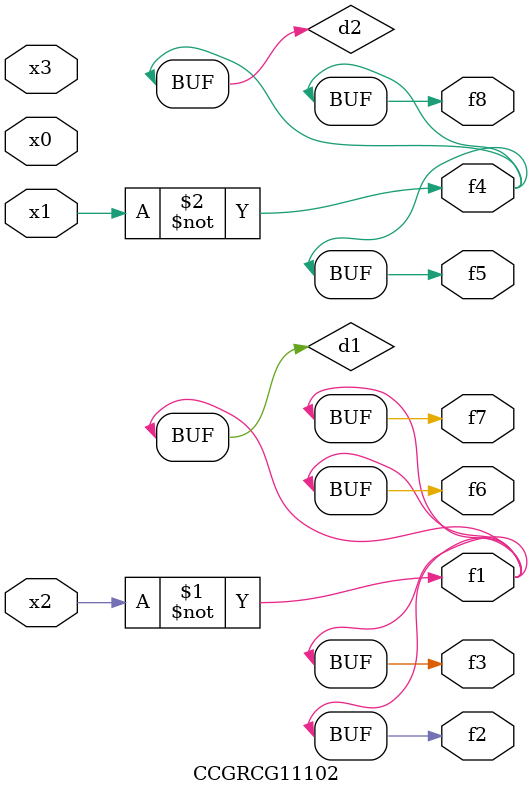
<source format=v>
module CCGRCG11102(
	input x0, x1, x2, x3,
	output f1, f2, f3, f4, f5, f6, f7, f8
);

	wire d1, d2;

	xnor (d1, x2);
	not (d2, x1);
	assign f1 = d1;
	assign f2 = d1;
	assign f3 = d1;
	assign f4 = d2;
	assign f5 = d2;
	assign f6 = d1;
	assign f7 = d1;
	assign f8 = d2;
endmodule

</source>
